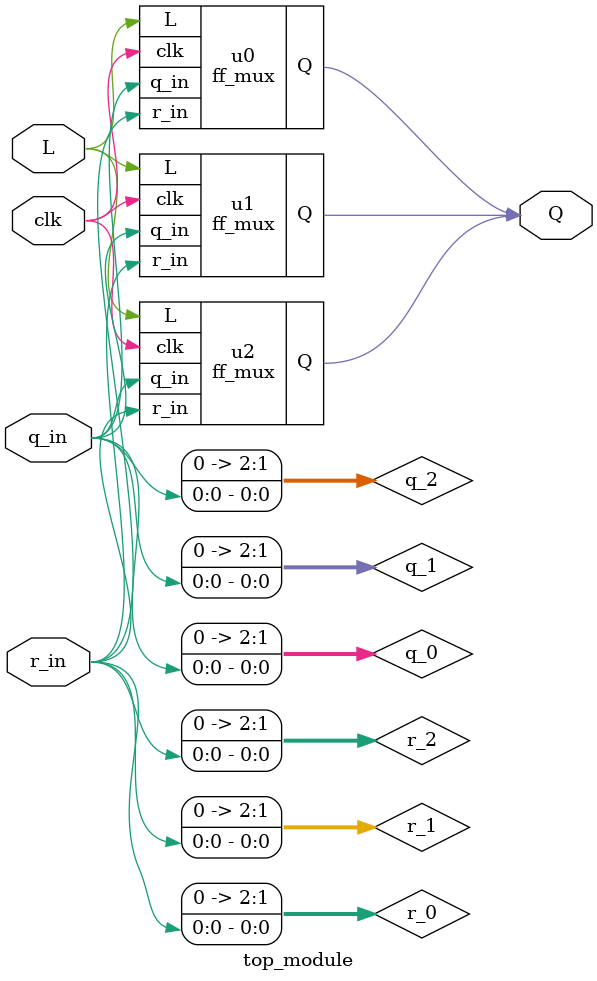
<source format=sv>
module ff_mux(
    input clk,
    input L,
    input q_in,
    input r_in,
    output reg Q
);


reg [2:0] r;
reg [2:0] q;

always @(posedge clk) begin
    if (L) begin
        q <= r;
    end else begin
        q <= {q[1] ^ q[2], q[0], q[2]};
    end
end

endmodule
module top_module(
    input clk,
    input L,
    input q_in,
    input r_in,
    output reg Q
);

wire [2:0] r_0;
wire [2:0] r_1;
wire [2:0] r_2;
wire [2:0] q_0;
wire [2:0] q_1;
wire [2:0] q_2;

ff_mux u0 (
    .clk(clk),
    .L(L),
    .q_in(q_0),
    .r_in(r_0),
    .Q(Q)
);

ff_mux u1 (
    .clk(clk),
    .L(L),
    .q_in(q_1),
    .r_in(r_1),
    .Q(Q)
);

ff_mux u2 (
    .clk(clk),
    .L(L),
    .q_in(q_2),
    .r_in(r_2),
    .Q(Q)
);

assign r_0 = r_in;
assign r_1 = r_in;
assign r_2 = r_in;

assign q_0 = q_in;
assign q_1 = q_in;
assign q_2 = q_in;

endmodule

</source>
